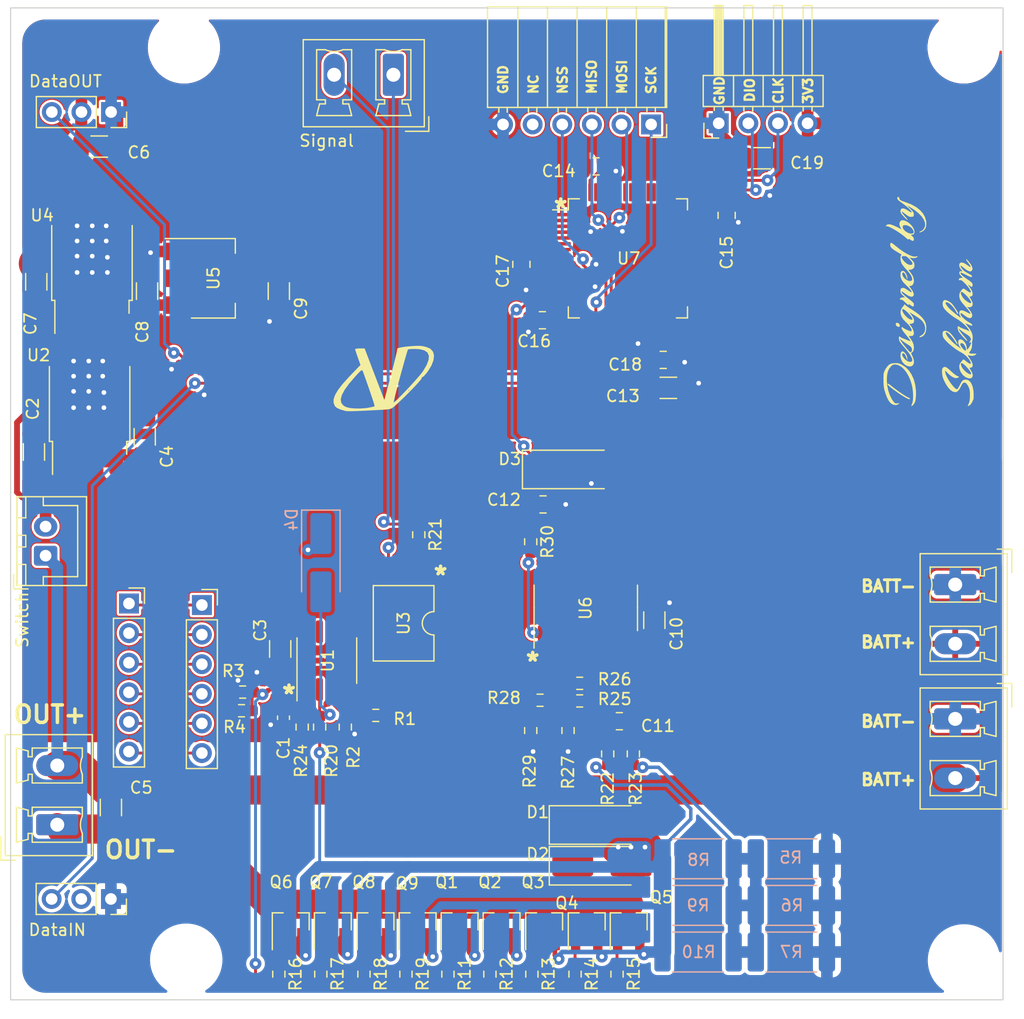
<source format=kicad_pcb>
(kicad_pcb (version 20221018) (generator pcbnew)
  (layers (0 "F.Cu" signal) (31 "B.Cu" signal) (34 "B.Paste" user) (35 "F.Paste" user) (36 "B.SilkS" user "B.Silkscreen") (37 "F.SilkS" user "F.Silkscreen") (38 "B.Mask" user) (39 "F.Mask" user) (44 "Edge.Cuts" user))
  (net 0 "")
  (net 1 "Net-(Q1-B)")
  (net 2 "SHUNT+")
  (net 3 "Net-(Q2-B)")
  (net 4 "Net-(Q3-B)")
  (net 5 "Net-(Q4-B)")
  (net 6 "Net-(Q5-B)")
  (net 7 "+15V")
  (net 8 "Net-(U1A-+)")
  (net 12 "+BATT")
  (net 13 "Net-(J1-Pin_1)")
  (net 14 "Net-(J1-Pin_2)")
  (net 15 "Net-(J1-Pin_3)")
  (net 16 "Net-(J1-Pin_4)")
  (net 17 "Net-(J1-Pin_5)")
  (net 18 "Net-(J1-Pin_6)")
  (net 19 "DIN")
  (net 20 "+3.3V")
  (net 21 "DOUT")
  (net 22 "Net-(J7-Pin_2)")
  (net 23 "Net-(J8-Pin_1)")
  (net 24 "Net-(J8-Pin_2)")
  (net 25 "Net-(Q6-B)")
  (net 26 "Net-(Q7-B)")
  (net 27 "Net-(Q8-B)")
  (net 28 "Net-(Q9-B)")
  (net 29 "Net-(R1-Pad1)")
  (net 30 "Gate")
  (net 31 "Net-(R21-Pad2)")
  (net 33 "Net-(D4-A)")
  (net 34 "Net-(D1-K)")
  (net 35 "+5V")
  (net 45 "SHUNT-")
  (net 46 "-BATT")
  (net 47 "Net-(C11-Pad1)")
  (net 48 "Net-(C11-Pad2)")
  (net 49 "Net-(U6A-+)")
  (net 50 "Net-(U6A--)")
  (net 51 "Net-(R28-Pad2)")
  (net 52 "A0")
  (net 53 "Net-(U7-PG10)")
  (net 95 "SWDIO")
  (net 96 "SWCLK")
  (net 97 "SCK")
  (net 98 "MOSI")
  (net 99 "MISO")
  (net 100 "NSS")
  (net 101 "CTRL")
  (footprint "Resistor_SMD:R_0603_1608Metric_Pad0.98x0.95mm_HandSolder" (layer "F.Cu") (at 44.7 82.9 -90)
    (fp_text reference "R13")
    (fp_text value "100")
  )
  (footprint "Resistor_SMD:R_0603_1608Metric_Pad0.98x0.95mm_HandSolder" (layer "F.Cu") (at 31.3125 60.7 180)
    (fp_text reference "R1")
    (fp_text value "1k")
  )
  (footprint "Capacitor_SMD:C_1206_3216Metric_Pad1.33x1.80mm_HandSolder" (layer "F.Cu") (at 55.2 52.5325 90)
    (fp_text reference "C10")
    (fp_text value "10u")
  )
  (footprint "Package_TO_SOT_SMD:SOT-23_Handsoldering" (layer "F.Cu") (at 45.75 78.4 90)
    (fp_text reference "Q3")
    (fp_text value "AO3400")
  )
  (footprint "Diode_SMD:D_SMA_Handsoldering" (layer "F.Cu") (at 50.7 73.6)
    (fp_text reference "D2")
    (fp_text value "US1M")
  )
  (footprint "Package_TO_SOT_SMD:SOT-23_Handsoldering" (layer "F.Cu") (at 31.29 78.4 90)
    (fp_text reference "Q8")
    (fp_text value "AO3400")
  )
  (footprint "Connector_PinSocket_2.54mm:PinSocket_1x03_P2.54mm_Vertical" (layer "F.Cu") (at 8.6 76.45 -90)
    (fp_text reference "J3" hide)
    (fp_text value "DataIN")
  )
  (footprint "Connector_Phoenix_MC_HighVoltage:PhoenixContact_MCV_1,5_2-G-5.08_1x02_P5.08mm_Vertical" (layer "F.Cu") (at 4 70.08 90)
    (fp_text reference "J9" hide)
    (fp_text value "OUTPUT")
  )
  (footprint "Connector_PinSocket_2.54mm:PinSocket_1x06_P2.54mm_Horizontal" (layer "F.Cu") (at 54.925 10 -90)
    (fp_text reference "J11" hide)
    (fp_text value "Conn_01x06_Pin")
  )
  (footprint "Resistor_SMD:R_0603_1608Metric_Pad0.98x0.95mm_HandSolder" (layer "F.Cu") (at 30.3 82.9 -90)
    (fp_text reference "R18")
    (fp_text value "100")
  )
  (footprint "Resistor_SMD:R_0603_1608Metric_Pad0.98x0.95mm_HandSolder" (layer "F.Cu") (at 44.6 45.8 -90)
    (fp_text reference "R30")
    (fp_text value "100")
  )
  (footprint "Capacitor_SMD:C_0805_2012Metric_Pad1.18x1.45mm_HandSolder" (layer "F.Cu") (at 61.4 17.8 -90)
    (fp_text reference "C15")
    (fp_text value "100n")
  )
  (footprint "Capacitor_SMD:C_1206_3216Metric_Pad1.33x1.80mm_HandSolder" (layer "F.Cu") (at 23 24.3 -90)
    (fp_text reference "C9")
    (fp_text value "10u")
  )
  (footprint "Capacitor_SMD:C_1206_3216Metric_Pad1.33x1.80mm_HandSolder" (layer "F.Cu") (at 7.6 11.9)
    (fp_text reference "C6")
    (fp_text value "10u")
  )
  (footprint "Resistor_SMD:R_0603_1608Metric_Pad0.98x0.95mm_HandSolder" (layer "F.Cu") (at 44.6 62 90)
    (fp_text reference "R29")
    (fp_text value "1k")
  )
  (footprint "Capacitor_SMD:C_1206_3216Metric_Pad1.33x1.80mm_HandSolder" (layer "F.Cu") (at 2.2 23.5 90)
    (fp_text reference "C7")
    (fp_text value "10u")
  )
  (footprint "Capacitor_SMD:C_0805_2012Metric_Pad1.18x1.45mm_HandSolder" (layer "F.Cu") (at 45.6 26.8 180)
    (fp_text reference "C16")
    (fp_text value "100n")
  )
  (footprint "Resistor_SMD:R_0603_1608Metric_Pad0.98x0.95mm_HandSolder" (layer "F.Cu") (at 52 82.9 -90)
    (fp_text reference "R15")
    (fp_text value "100")
  )
  (footprint "Capacitor_SMD:C_1206_3216Metric_Pad1.33x1.80mm_HandSolder" (layer "F.Cu") (at 56.4 32.6)
    (fp_text reference "C13")
    (fp_text value "10u")
  )
  (footprint "Resistor_SMD:R_0603_1608Metric_Pad0.98x0.95mm_HandSolder" (layer "F.Cu") (at 28.7 61.7 90)
    (fp_text reference "R2")
    (fp_text value "100")
  )
  (footprint "Resistor_SMD:R_0603_1608Metric_Pad0.98x0.95mm_HandSolder" (layer "F.Cu") (at 53.4 64 -90)
    (fp_text reference "R23")
    (fp_text value "100")
  )
  (footprint "Connector_JST:JST_XH_B2B-XH-A_1x02_P2.50mm_Vertical" (layer "F.Cu") (at 3 47 90)
    (fp_text reference "J7" hide)
    (fp_text value "Switch")
  )
  (footprint "Resistor_SMD:R_0603_1608Metric_Pad0.98x0.95mm_HandSolder" (layer "F.Cu") (at 35 45.2 -90)
    (fp_text reference "R21")
    (fp_text value "1k")
  )
  (footprint "Resistor_SMD:R_0603_1608Metric_Pad0.98x0.95mm_HandSolder" (layer "F.Cu") (at 33.9 82.9 -90)
    (fp_text reference "R19")
    (fp_text value "100")
  )
  (footprint "Connector_PinSocket_2.54mm:PinSocket_1x03_P2.54mm_Vertical" (layer "F.Cu") (at 8.615 8.938 -90)
    (fp_text reference "J4" hide)
    (fp_text value "DataOUT")
  )
  (footprint "Capacitor_SMD:C_0805_2012Metric_Pad1.18x1.45mm_HandSolder" (layer "F.Cu") (at 55.9625 30.2)
    (fp_text reference "C18")
    (fp_text value "100n")
  )
  (footprint "Package_TO_SOT_SMD:SOT-23_Handsoldering" (layer "F.Cu") (at 42.1 78.4 90)
    (fp_text reference "Q2")
    (fp_text value "AO3400")
  )
  (footprint "Capacitor_SMD:C_1206_3216Metric_Pad1.33x1.80mm_HandSolder" (layer "F.Cu") (at 11.5 36.8 90)
    (fp_text reference "C4")
    (fp_text value "10u")
  )
  (footprint "Package_TO_SOT_SMD:SOT-23_Handsoldering" (layer "F.Cu") (at 34.9 78.4 90)
    (fp_text reference "Q9")
    (fp_text value "AO3400")
  )
  (footprint "Connector_PinSocket_2.54mm:PinSocket_1x06_P2.54mm_Vertical" (layer "F.Cu") (at 10.15 51.1)
    (fp_text reference "J1" hide)
    (fp_text value "Data")
  )
  (footprint "Diode_SMD:D_SMA_Handsoldering" (layer "F.Cu") (at 48.4 39.6)
    (fp_text reference "D3")
    (fp_text value "5.1v Zener Diode")
  )
  (footprint "Resistor_SMD:R_0603_1608Metric_Pad0.98x0.95mm_HandSolder" (layer "F.Cu") (at 37.5 82.9 -90)
    (fp_text reference "R11")
    (fp_text value "100")
  )
  (footprint "Connector_Phoenix_MC_HighVoltage:PhoenixContact_MCV_1,5_2-G-5.08_1x02_P5.08mm_Vertical" (layer "F.Cu") (at 81 61 -90)
    (fp_text reference "J5" hide)
    (fp_text value "Batt")
  )
  (footprint "Resistor_SMD:R_0603_1608Metric_Pad0.98x0.95mm_HandSolder" (layer "F.Cu") (at 23 82.9 -90)
    (fp_text reference "R16")
    (fp_text value "100")
  )
  (footprint "Resistor_SMD:R_0603_1608Metric_Pad0.98x0.95mm_HandSolder" (layer "F.Cu") (at 41.1 82.9 -90)
    (fp_text reference "R12")
    (fp_text value "100")
  )
  (footprint "MountingHole:MountingHole_3.2mm_M3" (layer "F.Cu") (at 14.863 3.4)
    (fp_text reference "H1" hide)
    (fp_text value "MountingHole")
  )
  (footprint "Capacitor_SMD:C_1206_3216Metric_Pad1.33x1.80mm_HandSolder" (layer "F.Cu") (at 2 38.1 90)
    (fp_text reference "C2")
    (fp_text value "10u")
  )
  (footprint "Capacitor_SMD:C_0805_2012Metric_Pad1.18x1.45mm_HandSolder" (layer "F.Cu") (at 50.2 13.6)
    (fp_text reference "C14")
    (fp_text value "100n")
  )
  (footprint "Resistor_SMD:R_0603_1608Metric_Pad0.98x0.95mm_HandSolder" (layer "F.Cu") (at 48.4 82.9 -90)
    (fp_text reference "R14")
    (fp_text value "100")
  )
  (footprint "Resistor_SMD:R_0603_1608Metric_Pad0.98x0.95mm_HandSolder" (layer "F.Cu") (at 19.8 60.3 180)
    (fp_text reference "R4")
    (fp_text value "100k")
  )
  (footprint "Connector_Phoenix_MC_HighVoltage:PhoenixContact_MCV_1,5_2-G-5.08_1x02_P5.08mm_Vertical" (layer "F.Cu") (at 81 49.4775 -90)
    (fp_text reference "J6" hide)
    (fp_text value "Batt")
  )
  (footprint "Resistor_SMD:R_0603_1608Metric_Pad0.98x0.95mm_HandSolder" (layer "F.Cu") (at 48.8 59.46)
    (fp_text reference "R25")
    (fp_text value "1k")
  )
  (footprint "Capacitor_SMD:C_1206_3216Metric_Pad1.33x1.80mm_HandSolder" (layer "F.Cu") (at 23.1175 55 -90)
    (fp_text reference "C3")
    (fp_text value "10u")
  )
  (footprint "MountingHole:MountingHole_3.2mm_M3" (layer "F.Cu") (at 15.06 81.66)
    (fp_text reference "H3" hide)
    (fp_text value "MountingHole")
  )
  (footprint "Capacitor_SMD:C_1206_3216Metric_Pad1.33x1.80mm_HandSolder" (layer "F.Cu") (at 8.6 68.6 -90)
    (fp_text reference "C5")
    (fp_text value "10u")
  )
  (footprint "Package_QFP:LQFP-64_10x10mm_P0.5mm" (layer "F.Cu") (at 52.9325 21.49)
    (fp_text reference "U7")
    (fp_text value "STM32G474RETx")
  )
  (footprint "Resistor_SMD:R_0603_1608Metric_Pad0.98x0.95mm_HandSolder" (layer "F.Cu") (at 51.2 64 -90)
    (fp_text reference "R22")
    (fp_text value "100")
  )
  (footprint "Design:Designed by Saksham" (layer "F.Cu") (at 78.8 25.2 90)
    (fp_text reference "G***" hide)
    (fp_text value "LOGO" hide)
  )
  (footprint "Package_SO:SOIC-14_3.9x8.7mm_P1.27mm" (layer "F.Cu") (at 49.32 51.475 90)
    (fp_text reference "U6")
    (fp_text value "LM324")
  )
  (footprint "Package_DIP:SMDIP-4_W9.53mm_Clearance8mm" (layer "F.Cu") (at 33.7 52.8 -90)
    (fp_text reference "U3")
    (fp_text value "EL814")
  )
  (footprint "Capacitor_SMD:C_0805_2012Metric_Pad1.18x1.45mm_HandSolder" (layer "F.Cu") (at 45.655 42.6)
    (fp_text reference "C12")
    (fp_text value "100n")
  )
  (footprint "Package_TO_SOT_SMD:SOT-23_Handsoldering" (layer "F.Cu") (at 53 78.4 90)
    (fp_text reference "Q5")
    (fp_text value "AO3400")
  )
  (footprint "Package_TO_SOT_SMD:SOT-223-3_TabPin2" (layer "F.Cu") (at 17.3575 23.2)
    (fp_text reference "U5")
    (fp_text value "AMS1117-3.3")
  )
  (footprint "Package_TO_SOT_SMD:TO-252-2" (layer "F.Cu") (at 6.775 33.885 90)
    (fp_text reference "U2")
    (fp_text value "78M15")
  )
  (footprint "Package_TO_SOT_SMD:SOT-23_Handsoldering" (layer "F.Cu") (at 27.63 78.4 90)
    (fp_text reference "Q7")
    (fp_text value "AO3400")
  )
  (footprint "Capacitor_SMD:C_0805_2012Metric_Pad1.18x1.45mm_HandSolder" (layer "F.Cu") (at 43.8 22 -90)
    (fp_text reference "C17")
    (fp_text value "100n")
  )
  (footprint "Package_SO:SOIC-8_3.9x4.9mm_P1.27mm" (layer "F.Cu") (at 27.1175 56 90)
    (fp_text reference "U1")
    (fp_text value "LM393")
  )
  (footprint "Resistor_SMD:R_0603_1608Metric_Pad0.98x0.95mm_HandSolder" (layer "F.Cu") (at 25 61.7 90)
    (fp_text reference "R24")
    (fp_text value "100k")
  )
  (footprint "Resistor_SMD:R_0603_1608Metric_Pad0.98x0.95mm_HandSolder" (layer "F.Cu") (at 48.8 57.95)
    (fp_text reference "R26")
    (fp_text value "1k")
  )
  (footprint "Package_TO_SOT_SMD:SOT-23_Handsoldering" (layer "F.Cu") (at 49.4 78.4 90)
    (fp_text reference "Q4")
    (fp_text value "AO3400")
  )
  (footprint "Connector_Phoenix_MC_HighVoltage:PhoenixContact_MCV_1,5_2-G-5.08_1x02_P5.08mm_Vertical" (layer "F.Cu") (at 32.822 5.74 180)
    (fp_text reference "J8" hide)
    (fp_text value "Signal")
  )
  (footprint "Package_TO_SOT_SMD:SOT-23_Handsoldering" (layer "F.Cu") (at 38.5 78.4 90)
    (fp_text reference "Q1")
    (fp_text value "AO3400")
  )
  (footprint "Resistor_SMD:R_0603_1608Metric_Pad0.98x0.95mm_HandSolder" (layer "F.Cu") (at 26.6 82.9 -90)
    (fp_text reference "R17")
    (fp_text value "100")
  )
  (footprint "Capacitor_SMD:C_0603_1608Metric_Pad1.08x0.95mm_HandSolder" (layer "F.Cu") (at 23.4 60.9 -90)
    (fp_text reference "C1")
    (fp_text value "Open Circuit")
  )
  (footprint "Connector_PinHeader_2.54mm:PinHeader_1x04_P2.54mm_Horizontal" (layer "F.Cu") (at 60.72 9.9 90)
    (fp_text reference "J10" hide)
    (fp_text value "ST-Link")
  )
  (footprint "Connector_PinSocket_2.54mm:PinSocket_1x06_P2.54mm_Vertical" (layer "F.Cu") (at 16.4 51.23)
    (fp_text reference "J2" hide)
    (fp_text value "Data")
  )
  (footprint "Capacitor_SMD:C_1206_3216Metric_Pad1.33x1.80mm_HandSolder" (layer "F.Cu") (at 64.4375 12.9)
    (fp_text reference "C19")
    (fp_text value "10u")
  )
  (footprint "Capacitor_SMD:C_0805_2012Metric_Pad1.18x1.45mm_HandSolder" (layer "F.Cu") (at 52.2 61.2)
    (fp_text reference "C11")
    (fp_text value "100n")
  )
  (footprint "MountingHole:MountingHole_3.2mm_M3" (layer "F.Cu") (at 81.75 81.72)
    (fp_text reference "H4" hide)
    (fp_text value "MountingHole")
  )
  (footprint "Package_TO_SOT_SMD:TO-252-2" (layer "F.Cu") (at 6.975 21.785 90)
    (fp_text reference "U4")
    (fp_text value "78M05")
  )
  (footprint "Resistor_SMD:R_0603_1608Metric_Pad0.98x0.95mm_HandSolder" (layer "F.Cu") (at 26.5 61.7 90)
    (fp_text reference "R20")
    (fp_text value "1k")
  )
  (footprint "Resistor_SMD:R_0603_1608Metric_Pad0.98x0.95mm_HandSolder" (layer "F.Cu") (at 45.4 59.4 180)
    (fp_text reference "R28")
    (fp_text value "10k")
  )
  (footprint "Capacitor_SMD:C_1206_3216Metric_Pad1.33x1.80mm_HandSolder" (layer "F.Cu") (at 11.7 24.3 90)
    (fp_text reference "C8")
    (fp_text value "10u")
  )
  (footprint "Diode_SMD:D_SMA_Handsoldering" (layer "F.Cu") (at 50.7 70.1)
    (fp_text reference "D1")
    (fp_text value "US1M")
  )
  (footprint "Resistor_SMD:R_0603_1608Metric_Pad0.98x0.95mm_HandSolder" (layer "F.Cu") (at 19.9 58.7)
    (fp_text reference "R3")
    (fp_text value "100k")
  )
  (footprint "Design:vegapod_logo" (layer "F.Cu") (at 32.079282 32.094964)
    (fp_text reference "G***" hide)
    (fp_text value "LOGO" hide)
  )
  (footprint "Resistor_SMD:R_0603_1608Metric_Pad0.98x0.95mm_HandSolder" (layer "F.Cu") (at 47.8 62 90)
    (fp_text reference "R27")
    (fp_text value "10k")
  )
  (footprint "Package_TO_SOT_SMD:SOT-23_Handsoldering" (layer "F.Cu") (at 24.02 78.4 90)
    (fp_text reference "Q6")
    (fp_text value "AO3400")
  )
  (footprint "MountingHole:MountingHole_3.2mm_M3" (layer "F.Cu") (at 81.72 3.4)
    (fp_text reference "H2" hide)
    (fp_text value "MountingHole")
  )
  (footprint "Resistor_SMD:R_2512_6332Metric_Pad1.40x3.35mm_HandSolder" (layer "B.Cu") (at 66.95 77 180)
    (fp_text reference "R6")
    (fp_text value "0.1")
  )
  (footprint "Resistor_SMD:R_2512_6332Metric_Pad1.40x3.35mm_HandSolder" (layer "B.Cu") (at 66.95 73 180)
    (fp_text reference "R5")
    (fp_text value "0.1")
  )
  (footprint "Resistor_SMD:R_2512_6332Metric_Pad1.40x3.35mm_HandSolder" (layer "B.Cu") (at 58.95 81 180)
    (fp_text reference "R10")
    (fp_text value "0.1")
  )
  (footprint "Resistor_SMD:R_2512_6332Metric_Pad1.40x3.35mm_HandSolder" (layer "B.Cu") (at 58.95 77 180)
    (fp_text reference "R9")
    (fp_text value "0.1")
  )
  (footprint "Diode_SMD:D_SMA_Handsoldering" (layer "B.Cu") (at 26.6 47.6 -90)
    (fp_text reference "D4")
    (fp_text value "US1M")
  )
  (footprint "Resistor_SMD:R_2512_6332Metric_Pad1.40x3.35mm_HandSolder" (layer "B.Cu") (at 58.95 73 180)
    (fp_text reference "R8")
    (fp_text value "0.1")
  )
  (footprint "Resistor_SMD:R_2512_6332Metric_Pad1.40x3.35mm_HandSolder" (layer "B.Cu") (at 66.95 81 180)
    (fp_text reference "R7")
    (fp_text value "0.1")
  )
  (gr_rect (start 0 0) (end 85.1 85.1) (stroke (width 0.1)) (fill none) (layer "Edge.Cuts"))
  (gr_text "OUT-" (at 7.9 73.1) (layer "F.SilkS") (effects (font (size 1.5 1.5) (thickness 0.3) bold) (justify left bottom)))
  (gr_text "*" (at 44 57) (layer "F.SilkS") (effects (font (size 1.5 1.5) (thickness 0.3) bold) (justify left bottom)))
  (gr_text "CLK" (at 66.3 8.35 90) (layer "F.SilkS") (effects (font (size 0.8 0.8) (thickness 0.2) bold) (justify left bottom)))
  (gr_text "*" (at 46.4 18.1) (layer "F.SilkS") (effects (font (size 1.5 1.5) (thickness 0.3) bold) (justify left bottom)))
  (gr_text "BATT-" (at 72.8 50.2) (layer "F.SilkS") (effects (font (size 1 1) (thickness 0.25) bold) (justify left bottom)))
  (gr_text "GND" (at 61.25 8.45 90) (layer "F.SilkS") (effects (font (size 0.8 0.8) (thickness 0.2) bold) (justify left bottom)))
  (gr_text "OUT+" (at 0.1 61.5) (layer "F.SilkS") (effects (font (size 1.5 1.5) (thickness 0.3) bold) (justify left bottom)))
  (gr_text "MISO" (at 50.3 7.5 90) (layer "F.SilkS") (effects (font (size 0.8 0.8) (thickness 0.2) bold) (justify left bottom)))
  (gr_text "NSS" (at 47.8 7.5 90) (layer "F.SilkS") (effects (font (size 0.8 0.8) (thickness 0.2) bold) (justify left bottom)))
  (gr_text "3V3" (at 68.85 8.35 90) (layer "F.SilkS") (effects (font (size 0.8 0.8) (thickness 0.2) bold) (justify left bottom)))
  (gr_text "MOSI" (at 52.9 7.5 90) (layer "F.SilkS") (effects (font (size 0.8 0.8) (thickness 0.2) bold) (justify left bottom)))
  (gr_text "GND" (at 42.7 7.5 90) (layer "F.SilkS") (effects (font (size 0.8 0.8) (thickness 0.2) bold) (justify left bottom)))
  (gr_text "DIO" (at 63.85 8.2 90) (layer "F.SilkS") (effects (font (size 0.8 0.8) (thickness 0.2) bold) (justify left bottom)))
  (gr_text "BATT-" (at 72.8 61.8) (layer "F.SilkS") (effects (font (size 1 1) (thickness 0.25) bold) (justify left bottom)))
  (gr_text "NC" (at 45.3 7.5 90) (layer "F.SilkS") (effects (font (size 0.8 0.8) (thickness 0.2) bold) (justify left bottom)))
  (gr_text "BATT+" (at 72.8 55) (layer "F.SilkS") (effects (font (size 1 1) (thickness 0.25) bold) (justify left bottom)))
  (gr_text "SCK" (at 55.4 7.5 90) (layer "F.SilkS") (effects (font (size 0.8 0.8) (thickness 0.2) bold) (justify left bottom)))
  (gr_text "BATT+" (at 72.8 66.8) (layer "F.SilkS") (effects (font (size 1 1) (thickness 0.25) bold) (justify left bottom)))
  (gr_text "*" (at 23.1 59.8) (layer "F.SilkS") (effects (font (size 1.5 1.5) (thickness 0.3) bold) (justify left bottom)))
  (gr_text "*" (at 36.1 49.6) (layer "F.SilkS") (effects (font (size 1.5 1.5) (thickness 0.3) bold) (justify left bottom)))
  (segment (start 37.5 79.95) (end 37.55 79.9) (width 0.25) (layer "F.Cu") (net 1))
  (segment (start 37.5 81.9875) (end 37.5 79.95) (width 0.25) (layer "F.Cu") (net 1))
  (segment (start 28.57 79.91) (end 28.58 79.9) (width 1) (layer "F.Cu") (net 2))
  (segment (start 35.87 79.92) (end 35.85 79.9) (width 1) (layer "F.Cu") (net 2))
  (segment (start 47 81.6) (end 46.67 81.27) (width 0.4) (layer "F.Cu") (net 2))
  (segment (start 50.7 81.4) (end 50.37 81.07) (width 0.4) (layer "F.Cu") (net 2))
  (segment (start 32.27 80.97) (end 32.27 79.93) (width 1) (layer "F.Cu") (net 2))
  (segment (start 43.07 79.92) (end 43.05 79.9) (width 1) (layer "F.Cu") (net 2))
  (segment (start 36.2 81.4) (end 35.87 81.07) (width 0.7) (layer "F.Cu") (net 2))
  (segment (start 50.2 65.1505) (end 50.962 65.1505) (width 0.3) (layer "F.Cu") (net 2))
  (segment (start 25.3 81.3) (end 24.97 80.97) (width 1) (layer "F.Cu") (net 2))
  (segment (start 24.97 80.97) (end 24.97 79.9) (width 1) (layer "F.Cu") (net 2))
  (segment (start 53.97 80.87) (end 53.97 79.92) (width 0.4) (layer "F.Cu") (net 2))
  (segment (start 28.57 80.87) (end 28.57 79.91) (width 1) (layer "F.Cu") (net 2))
  (segment (start 43.07 80.97) (end 43.07 79.92) (width 0.7) (layer "F.Cu") (net 2))
  (segment (start 32.27 79.93) (end 32.24 79.9) (width 1) (layer "F.Cu") (net 2))
  (segment (start 26.5 62.6125) (end 26.5 63.9) (width 0.25) (layer "F.Cu") (net 2))
  (segment (start 43.4 81.3) (end 43.07 80.97) (width 0.7) (layer "F.Cu") (net 2))
  (segment (start 50.37 81.07) (end 50.37 79.92) (width 0.4) (layer "F.Cu") (net 2))
  (segment (start 39.8 81.3) (end 39.47 80.97) (width 0.7) (layer "F.Cu") (net 2))
  (segment (start 46.67 79.93) (end 46.7 79.9) (width 1) (layer "F.Cu") (net 2))
  (segment (start 53.97 79.92) (end 53.95 79.9) (width 1) (layer "F.Cu") (net 2))
  (segment (start 35.87 81.07) (end 35.87 79.92) (width 0.7) (layer "F.Cu") (net 2))
  (segment (start 52.1 72) (end 52.1 71.2) (width 3) (layer "F.Cu") (net 2))
  (segment (start 50.962 65.1505) (end 51.2 64.9125) (width 0.3) (layer "F.Cu") (net 2))
  (segment (start 53.2 73.6) (end 54.4 72) (width 3) (layer "F.Cu") (net 2))
  (segment (start 28.9 81.2) (end 28.57 80.87) (width 1) (layer "F.Cu") (net 2))
  (segment (start 52.1 71.2) (end 53.2 70.1) (width 3) (layer "F.Cu") (net 2))
  (segment (start 50.37 79.92) (end 50.35 79.9) (width 1) (layer "F.Cu") (net 2))
  (segment (start 39.47 80.97) (end 39.47 79.92) (width 0.7) (layer "F.Cu") (net 2))
  (segment (start 54.3 81.2) (end 53.97 80.87) (width 0.4) (layer "F.Cu") (net 2))
  (segment (start 32.6 81.3) (end 32.27 80.97) (width 1) (layer "F.Cu") (net 2))
  (segment (start 39.47 79.92) (end 39.45 79.9) (width 1) (layer "F.Cu") (net 2))
  (segment (start 46.67 81.27) (end 46.67 79.93) (width 0.4) (layer "F.Cu") (net 2))
  (via (at 52.1 72) (size 1) (drill 0.4) (layers "F.Cu" "B.Cu") (net 2))
  (via (at 54.3 81.2) (size 1) (drill 0.4) (layers "F.Cu" "B.Cu") (net 2))
  (via (at 25.3 81.3) (size 1) (drill 0.4) (layers "F.Cu" "B.Cu") (net 2))
  (via (at 36.2 81.4) (size 1) (drill 0.4) (layers "F.Cu" "B.Cu") (net 2))
  (via (at 50.7 81.4) (size 1) (drill 0.4) (layers "F.Cu" "B.Cu") (net 2))
  (via (at 53.2 72) (size 1) (drill 0.4) (layers "F.Cu" "B.Cu") (net 2))
  (via (at 54.4 72) (size 1) (drill 0.4) (layers "F.Cu" "B.Cu") (net 2))
  (via (at 39.8 81.3) (size 1) (drill 0.4) (layers "F.Cu" "B.Cu") (net 2))
  (via (at 26.5 63.9) (size 1) (drill 0.4) (layers "F.Cu" "B.Cu") (net 2))
  (via (at 47 81.6) (size 1) (drill 0.4) (layers "F.Cu" "B.Cu") (net 2))
  (via (at 32.6 81.3) (size 1) (drill 0.4) (layers "F.Cu" "B.Cu") (net 2))
  (via (at 50.2 65.1505) (size 1) (drill 0.4) (layers "F.Cu" "B.Cu") (net 2))
  (via (at 28.9 81.2) (size 1) (drill 0.4) (layers "F.Cu" "B.Cu") (net 2))
  (via (at 43.4 81.3) (size 1) (drill 0.4) (layers "F.Cu" "B.Cu") (net 2))
  (segment (start 43.4 77.9) (end 44.3 77) (width 0.7) (layer "B.Cu") (net 2))
  (segment (start 47.3 81) (end 50.7 81) (width 0.4) (layer "B.Cu") (net 2))
  (segment (start 51.7245 66.675) (end 50.2 65.1505) (width 0.3) (layer "B.Cu") (net 2))
  (segment (start 54.4 72) (end 54.4 73.599999) (width 1) (layer "B.Cu") (net 2))
  (segment (start 26.4 73.7) (end 30.5 73.7) (width 1) (layer "B.Cu") (net 2))
  (segment (start 39.8 78.1) (end 40.9 77) (width 0.7) (layer "B.Cu") (net 2))
  (segment (start 53.9 72.9) (end 52.8 72.9) (width 1) (layer "B.Cu") (net 2))
  (segment (start 58.325 68.71391) (end 56.28609 66.675) (width 0.3) (layer "B.Cu") (net 2))
  (segment (start 55.9 81) (end 55.9 73) (width 1.5) (layer "B.Cu") (net 2))
  (segment (start 53.8 73.699999) (end 54.5 73.699999) (width 1) (layer "B.Cu") (net 2))
  (segment (start 36.2 81.4) (end 36.2 77.7) (width 0.7) (layer "B.Cu") (net 2))
  (segment (start 53.9 72) (end 53.9 72.9) (width 1) (layer "B.Cu") (net 2))
  (segment (start 56.28609 66.675) (end 52.8 66.675) (width 0.3) (layer "B.Cu") (net 2))
  (segment (start 30.5 73.7) (end 34.1 73.7) (width 1) (layer "B.Cu") (net 2))
  (segment (start 52.8 72.9) (end 52.649999 72.749999) (width 1) (layer "B.Cu") (net 2))
  (segment (start 53.2 72) (end 53.9 72) (width 1) (layer "B.Cu") (net 2))
  (segment (start 28.9 75.3) (end 30.5 73.7) (width 1) (layer "B.Cu") (net 2))
  (segment (start 32.6 81.3) (end 32.6 75.2) (width 1) (layer "B.Cu") (net 2))
  (segment (start 32.6 75.2) (end 34.1 73.7) (width 1) (layer "B.Cu") (net 2))
  (segment (start 53.9 72) (end 54.4 72) (width 1) (layer "B.Cu") (net 2))
  (segment (start 44.3 77) (end 55.9 77) (width 0.7) (layer "B.Cu") (net 2))
  (segment (start 51.7 72.4) (end 51.7 73.699999) (width 1) (layer "B.Cu") (net 2))
  (segment (start 55.200001 73.699999) (end 55.9 73) (width 1) (layer "B.Cu") (net 2))
  (segment (start 51.7 73.699999) (end 53.8 73.699999) (width 1) (layer "B.Cu") (net 2))
  (segment (start 51.7 73.699999) (end 52.649999 72.749999) (width 1) (layer "B.Cu") (net 2))
  (segment (start 39.8 81.3) (end 39.8 78.1) (width 0.7) (layer "B.Cu") (net 2))
  (segment (start 36.9 77) (end 40.9 77) (width 0.7) (layer "B.Cu") (net 2))
  (segment (start 47 81.6) (end 47 81.3) (width 0.4) (layer "B.Cu") (net 2))
  (segment (start 36.2 77.7) (end 36.9 77) (width 0.7) (layer "B.Cu") (net 2))
  (segment (start 25.3 74.8) (end 26.4 73.7) (width 1) (layer "B.Cu") (net 2))
  (segment (start 53.2 72.199999) (end 53.2 72) (width 1) (layer "B.Cu") (net 2))
  (segment (start 55.9 72.025) (end 58.325 69.6) (width 0.3) (layer "B.Cu") (net 2))
  (segment (start 26.5 63.9) (end 26.5 73.6) (width 0.25) (layer "B.Cu") (net 2))
  (segment (start 54.5 81) (end 55.9 81) (width 1) (layer "B.Cu") (net 2))
  (segment (start 54.5 73.699999) (end 55.200001 73.699999) (width 1) (layer "B.Cu") (net 2))
  (segment (start 34.1 73.7) (end 51.7 73.699999) (width 1) (layer "B.Cu") (net 2))
  (segment (start 52.1 72) (end 53.2 72) (width 1) (layer "B.Cu") (net 2))
  (segment (start 50.7 81) (end 54.5 81) (width 0.4) (layer "B.Cu") (net 2))
  (segment (start 54.4 73.599999) (end 54.5 73.699999) (width 1) (layer "B.Cu") (net 2))
  (segment (start 50.7 81.4) (end 50.7 81) (width 0.4) (layer "B.Cu") (net 2))
  (segment (start 28.9 81.2) (end 28.9 75.3) (width 1) (layer "B.Cu") (net 2))
  (segment (start 53.9 72.9) (end 53.9 73.599999) (width 1) (layer "B.Cu") (net 2))
  (segment (start 25.3 81.3) (end 25.3 74.8) (width 1) (layer "B.Cu") (net 2))
  (segment (start 55.9 73) (end 55.9 72.025) (width 1) (layer "B.Cu") (net 2))
  (segment (start 52.8 66.675) (end 51.7245 66.675) (width 0.3) (layer "B.Cu") (net 2))
  (segment (start 52.649999 72.749999) (end 53.2 72.199999) (width 1) (layer "B.Cu") (net 2))
  (segment (start 40.9 77) (end 44.3 77) (width 0.7) (layer "B.Cu") (net 2))
  (segment (start 58.325 69.6) (end 58.325 68.71391) (width 0.3) (layer "B.Cu") (net 2))
  (segment (start 54.3 81.2) (end 54.5 81) (width 1) (layer "B.Cu") (net 2))
  (segment (start 53.9 73.599999) (end 53.8 73.699999) (width 1) (layer "B.Cu") (net 2))
  (segment (start 43.4 81.3) (end 43.4 77.9) (width 0.7) (layer "B.Cu") (net 2))
  (segment (start 47 81.3) (end 47.3 81) (width 0.4) (layer "B.Cu") (net 2))
  (segment (start 26.5 73.6) (end 26.4 73.7) (width 0.25) (layer "B.Cu") (net 2))
  (segment (start 52.1 72) (end 51.7 72.4) (width 1) (layer "B.Cu") (net 2))
  (segment (start 41.1 79.95) (end 41.15 79.9) (width 0.25) (layer "F.Cu") (net 3))
  (segment (start 41.1 81.9875) (end 41.1 79.95) (width 0.25) (layer "F.Cu") (net 3))
  (segment (start 44.7 80) (end 44.8 79.9) (width 0.25) (layer "F.Cu") (net 4))
  (segment (start 44.7 81.9875) (end 44.7 80) (width 0.25) (layer "F.Cu") (net 4))
  (segment (start 48.4 81.9875) (end 48.4 79.95) (width 0.25) (layer "F.Cu") (net 5))
  (segment (start 48.4 79.95) (end 48.45 79.9) (width 0.25) (layer "F.Cu") (net 5))
  (segment (start 52 79.95) (end 52.05 79.9) (width 0.25) (layer "F.Cu") (net 6))
  (segment (start 52 81.9875) (end 52 79.95) (width 0.25) (layer "F.Cu") (net 6))
  (segment (start 18.8875 60.7125) (end 18.2 61.4) (width 0.25) (layer "F.Cu") (net 7))
  (segment (start 9.6175 38.3625) (end 9.055 38.925) (width 0.25) (layer "F.Cu") (net 7))
  (segment (start 1.062285 35.062285) (end 0.55 35.57457) (width 0.5) (layer "F.Cu") (net 7))
  (segment (start 18.8875 60.3) (end 18.8875 60.7125) (width 0.25) (layer "F.Cu") (net 7))
  (segment (start 2.2 30) (end 2.3 30.1) (width 0.25) (layer "F.Cu") (net 7))
  (segment (start 2.9325 25.0625) (end 2.2 25.0625) (width 0.25) (layer "F.Cu") (net 7))
  (segment (start 2.2 28) (end 2.2 33.92457) (width 1) (layer "F.Cu") (net 7))
  (segment (start 0.55 35.57457) (end 0.55 41.55) (width 0.5) (layer "F.Cu") (net 7))
  (segment (start 0.55 41.55) (end 1 42) (width 0.5) (layer "F.Cu") (net 7))
  (segment (start 1.062285 35.062285) (end 0.6 35.52457) (width 0.5) (layer "F.Cu") (net 7))
  (segment (start 2.2 28) (end 2.2 30) (width 1) (layer "F.Cu") (net 7))
  (segment (start 4.695 26.825) (end 2.9325 25.0625) (width 2) (layer "F.Cu") (net 7))
  (segment (start 25 62.6125) (end 25 62.5) (width 0.25) (layer "F.Cu") (net 7))
  (segment (start 25 62.5) (end 25.8 61.7) (width 0.25) (layer "F.Cu") (net 7))
  (segment (start 11.5 38.3625) (end 9.6175 38.3625) (width 1) (layer "F.Cu") (net 7))
  (segment (start 2.2 25.0625) (end 2.2 28) (width 1) (layer "F.Cu") (net 7))
  (segment (start 2.2 33.92457) (end 1.062285 35.062285) (width 0.5) (layer "F.Cu") (net 7))
  (via (at 25.5 46.5) (size 1) (drill 0.4) (layers "F.Cu" "B.Cu") (net 7))
  (segment (start 26.6 45.4) (end 25.5 46.5) (width 0.25) (layer "B.Cu") (net 7))
  (segment (start 26.6 45.1) (end 26.6 45.4) (width 0.25) (layer "B.Cu") (net 7))
  (segment (start 30.4 60.7) (end 28.7875 60.7) (width 0.25) (layer "F.Cu") (net 8))
  (segment (start 28.7 60.7875) (end 27.7525 59.84) (width 0.25) (layer "F.Cu") (net 8))
  (segment (start 27.7525 59.84) (end 27.7525 58.475) (width 0.25) (layer "F.Cu") (net 8))
  (segment (start 28.7875 60.7) (end 28.7 60.7875) (width 0.25) (layer "F.Cu") (net 8))
  (segment (start 8.1 67.1) (end 6 65) (width 2.5) (layer "F.Cu") (net 12))
  (segment (start 81 66.08) (end 76.92 66.08) (width 2.5) (layer "F.Cu") (net 12))
  (segment (start 76.92 66.08) (end 75.9 67.1) (width 2.5) (layer "F.Cu") (net 12))
  (segment (start 6 65) (end 4 65) (width 2.5) (layer "F.Cu") (net 12))
  (segment (start 75.9 67.1) (end 8.1 67.1) (width 2.5) (layer "F.Cu") (net 12))
  (segment (start 4 48) (end 3 47) (width 1) (layer "B.Cu") (net 12))
  (segment (start 4 65) (end 4 48) (width 1) (layer "B.Cu") (net 12))
  (segment (start 10.28 51.23) (end 10.15 51.1) (width 0.25) (layer "F.Cu") (net 13))
  (segment (start 16.4 51.23) (end 10.28 51.23) (width 0.25) (layer "F.Cu") (net 13))
  (segment (start 16.4 53.77) (end 10.28 53.77) (width 0.25) (layer "F.Cu") (net 14))
  (segment (start 10.28 53.77) (end 10.15 53.64) (width 0.25) (layer "F.Cu") (net 14))
  (segment (start 16.4 56.31) (end 10.28 56.31) (width 0.25) (layer "F.Cu") (net 15))
  (segment (start 10.28 56.31) (end 10.15 56.18) (width 0.25) (layer "F.Cu") (net 15))
  (segment (start 10.28 58.85) (end 10.15 58.72) (width 0.25) (layer "F.Cu") (net 16))
  (segment (start 16.4 58.85) (end 10.28 58.85) (width 0.25) (layer "F.Cu") (net 16))
  (segment (start 10.28 61.39) (end 10.15 61.26) (width 0.25) (layer "F.Cu") (net 17))
  (segment (start 16.4 61.39) (end 10.28 61.39) (width 0.25) (layer "F.Cu") (net 17))
  (segment (start 16.4 63.93) (end 10.28 63.93) (width 0.25) (layer "F.Cu") (net 18))
  (segment (start 10.28 63.93) (end 10.15 63.8) (width 0.25) (layer "F.Cu") (net 18))
  (segment (start 15.8 32.2) (end 50.6 32.2) (width 0.25) (layer "F.Cu") (net 19))
  (segment (start 52.1825 30.6175) (end 52.1825 27.165) (width 0.25) (layer "F.Cu") (net 19))
  (segment (start 50.6 32.2) (end 52.1825 30.6175) (width 0.25) (layer "F.Cu") (net 19))
  (via (at 15.8 32.2) (size 1) (drill 0.4) (layers "F.Cu" "B.Cu") (net 19))
  (segment (start 7 41) (end 7.4 40.6) (width 0.25) (layer "B.Cu") (net 19))
  (segment (start 7 72.2) (end 7 41) (width 0.25) (layer "B.Cu") (net 19))
  (segment (start 7.4 40.6) (end 15.8 32.2) (width 0.25) (layer "B.Cu") (net 19))
  (segment (start 3.52 76.45) (end 7 72.97) (width 0.25) (layer "B.Cu") (net 19))
  (segment (start 7 72.97) (end 7 72.2) (width 0.25) (layer "B.Cu") (net 19))
  (segment (start 6.0375 11.9) (end 6.0375 8.9755) (width 1) (layer "F.Cu") (net 20))
  (segment (start 20.97 22.7375) (end 20.5075 23.2) (width 0.25) (layer "F.Cu") (net 20))
  (segment (start 58.6075 17.74) (end 60.4225 17.74) (width 0.25) (layer "F.Cu") (net 20))
  (segment (start 18.6 23.2) (end 20.5075 23.2) (width 1.5) (layer "F.Cu") (net 20))
  (segment (start 14.2075 23.2) (end 15.9 23.2) (width 1.5) (layer "F.Cu") (net 20))
  (segment (start 54.925 30.2) (end 54.925 27.4075) (width 0.25) (layer "F.Cu") (net 20))
  (segment (start 55.1825 27.165) (end 54.6825 27.165) (width 0.25) (layer "F.Cu") (net 20))
  (segment (start 17.2 23.2) (end 18.6 23.2) (width 1.5) (layer "F.Cu") (net 20))
  (segment (start 49.1825 13.42) (end 48.9625 13.2) (width 0.25) (layer "F.Cu") (net 20))
  (segment (start 46.6375 25.86) (end 47.2575 25.24) (width 0.25) (layer "F.Cu") (net 20))
  (segment (start 46.6375 26.8) (end 46.6375 25.86) (width 0.25) (layer "F.Cu") (net 20))
  (segment (start 6.0375 8.9755) (end 6.075 8.938) (width 0.25) (layer "F.Cu") (net 20))
  (segment (start 15.9 23.2) (end 17.2 23.2) (width 1.5) (layer "F.Cu") (net 20))
  (segment (start 54.925 27.4075) (end 54.94 27.4075) (width 0.25) (layer "F.Cu") (net 20))
  (segment (start 60.4225 17.74) (end 61.4 16.7625) (width 0.25) (layer "F.Cu") (net 20))
  (segment (start 54.925 27.4075) (end 54.6825 27.165) (width 0.25) (layer "F.Cu") (net 20))
  (segment (start 23 22.7375) (end 20.97 22.7375) (width 1) (layer "F.Cu") (net 20))
  (segment (start 49.1825 15.815) (end 49.1825 13.42) (width 0.25) (layer "F.Cu") (net 20))
  (segment (start 54.94 27.4075) (end 55.1825 27.165) (width 0.25) (layer "F.Cu") (net 20))
  (segment (start 6.06 8.953) (end 6.075 8.938) (width 0.25) (layer "B.Cu") (net 20))
  (segment (start 14 29.6) (end 14.366727 29.6) (width 0.25) (layer "F.Cu") (net 21))
  (segment (start 51.6825 30.3175) (end 51.6825 27.165) (width 0.25) (layer "F.Cu") (net 21))
  (segment (start 14.366727 29.6) (end 16.166727 31.4) (width 0.25) (layer "F.Cu") (net 21))
  (segment (start 16.166727 31.4) (end 50.6 31.4) (width 0.25) (layer "F.Cu") (net 21))
  (segment (start 50.6 31.4) (end 51.6825 30.3175) (width 0.25) (layer "F.Cu") (net 21))
  (via (at 14 29.6) (size 1) (drill 0.4) (layers "F.Cu" "B.Cu") (net 21))
  (segment (start 14 29.6) (end 13.2 28.8) (width 0.25) (layer "B.Cu") (net 21))
  (segment (start 13.2 28.8) (end 13.2 18.603) (width 0.25) (layer "B.Cu") (net 21))
  (segment (start 13.2 18.603) (end 3.535 8.938) (width 0.25) (layer "B.Cu") (net 21))
  (segment (start 3 40.42) (end 3.46 39.96) (width 1) (layer "F.Cu") (net 22))
  (segment (start 2 39.6625) (end 3.1625 39.6625) (width 1) (layer "F.Cu") (net 22))
  (segment (start 4.495 38.925) (end 2.7375 38.925) (width 1) (layer "F.Cu") (net 22))
  (segment (start 3 44.5) (end 3 40.42) (width 1) (layer "F.Cu") (net 22))
  (segment (start 2.7375 38.925) (end 2 39.6625) (width 1) (layer "F.Cu") (net 22))
  (segment (start 3.1625 39.6625) (end 3.46 39.96) (width 1) (layer "F.Cu") (net 22))
  (segment (start 3.46 39.96) (end 4.495 38.925) (width 1) (layer "F.Cu") (net 22))
  (segment (start 32.4 46.3) (end 32.4 48.005) (width 0.25) (layer "F.Cu") (net 23))
  (segment (start 32.4 48.005) (end 32.43 48.035) (width 0.25) (layer "F.Cu") (net 23))
  (via (at 32.4 46.3) (size 1) (drill 0.4) (layers "F.Cu" "B.Cu") (net 23))
  (segment (start 32.822 45.878) (end 32.4 46.3) (width 0.25) (layer "B.Cu") (net 23))
  (segment (start 32.822 5.74) (end 32.822 45.878) (width 0.25) (layer "B.Cu") (net 23))
  (segment (start 31.9975 44.1) (end 32.185 44.2875) (width 0.25) (layer "F.Cu") (net 24))
  (segment (start 32.185 44.2875) (end 35 44.2875) (width 0.25) (layer "F.Cu") (net 24))
  (via (at 31.9975 44.1) (size 1) (drill 0.4) (layers "F.Cu" "B.Cu") (net 24))
  (segment (start 32.372 10.37) (end 32.372 43.7255) (width 0.25) (layer "B.Cu") (net 24))
  (segment (start 27.742 5.74) (end 32.372 10.37) (width 0.25) (layer "B.Cu") (net 24))
  (segment (start 32.372 43.7255) (end 31.9975 44.1) (width 0.25) (layer "B.Cu") (net 24))
  (segment (start 23 81.9875) (end 23 79.97) (width 0.25) (layer "F.Cu") (net 25))
  (segment (start 23 79.97) (end 23.07 79.9) (width 0.25) (layer "F.Cu") (net 25))
  (segment (start 26.6 81.9875) (end 26.6 79.98) (width 0.25) (layer "F.Cu") (net 26))
  (segment (start 26.6 79.98) (end 26.68 79.9) (width 0.25) (layer "F.Cu") (net 26))
  (segment (start 30.3 81.9875) (end 30.3 79.94) (width 0.25) (layer "F.Cu") (net 27))
  (segment (start 30.3 79.94) (end 30.34 79.9) (width 0.25) (layer "F.Cu") (net 27))
  (segment (start 33.9 79.95) (end 33.95 79.9) (width 0.25) (layer "F.Cu") (net 28))
  (segment (start 33.9 81.9875) (end 33.9 79.95) (width 0.25) (layer "F.Cu") (net 28))
  (segment (start 32.225 60.7) (end 32.225 57.77) (width 0.25) (layer "F.Cu") (net 29))
  (segment (start 32.225 57.77) (end 32.43 57.565) (width 0.25) (layer "F.Cu") (net 29))
  (segment (start 22.025 58.475) (end 22.3 58.475) (width 0.25) (layer "F.Cu") (net 30))
  (segment (start 20.7125 60.3) (end 20.7125 58.8) (width 0.25) (layer "F.Cu") (net 30))
  (segment (start 21.6 58.9) (end 22.025 58.475) (width 0.25) (layer "F.Cu") (net 30))
  (segment (start 22.3 58.475) (end 25.2125 58.475) (width 0.25) (layer "F.Cu") (net 30))
  (segment (start 21 83) (end 21 82) (width 0.25) (layer "F.Cu") (net 30))
  (segment (start 23 83.8125) (end 21.8125 83.8125) (width 0.25) (layer "F.Cu") (net 30))
  (segment (start 21.8125 83.8125) (end 21 83) (width 0.25) (layer "F.Cu") (net 30))
  (segment (start 20.7125 58.8) (end 20.8125 58.7) (width 0.25) (layer "F.Cu") (net 30))
  (segment (start 22.075 58.7) (end 22.3 58.475) (width 0.25) (layer "F.Cu") (net 30))
  (segment (start 20.8125 58.7) (end 22.075 58.7) (width 0.25) (layer "F.Cu") (net 30))
  (segment (start 52 83.8125) (end 23 83.8125) (width 0.25) (layer "F.Cu") (net 30))
  (via (at 21.6 58.9) (size 1) (drill 0.4) (layers "F.Cu" "B.Cu") (net 30))
  (via (at 21 82) (size 1) (drill 0.4) (layers "F.Cu" "B.Cu") (net 30))
  (segment (start 21 59.5) (end 21 82) (width 0.25) (layer "B.Cu") (net 30))
  (segment (start 21.6 58.9) (end 21 59.5) (width 0.25) (layer "B.Cu") (net 30))
  (segment (start 34.97 48.035) (end 34.97 46.1425) (width 0.25) (layer "F.Cu") (net 31))
  (segment (start 34.97 46.1425) (end 35 46.1125) (width 0.25) (layer "F.Cu") (net 31))
  (segment (start 27.37324 60.62676) (end 26.66074 60.62676) (width 0.25) (layer "F.Cu") (net 33))
  (segment (start 24.15 60.7875) (end 23.4 60.0375) (width 0.25) (layer "F.Cu") (net 33))
  (segment (start 26.5 60.7875) (end 26.5 58.4925) (width 0.25) (layer "F.Cu") (net 33))
  (segment (start 26.5 58.4925) (end 26.4825 58.475) (width 0.25) (layer "F.Cu") (net 33))
  (segment (start 25 60.7875) (end 26.5 60.7875) (width 0.25) (layer "F.Cu") (net 33))
  (segment (start 24.95 60.8375) (end 25 60.7875) (width 0.25) (layer "F.Cu") (net 33))
  (segment (start 26.66074 60.62676) (end 26.5 60.7875) (width 0.25) (layer "F.Cu") (net 33))
  (segment (start 25 60.7875) (end 24.15 60.7875) (width 0.25) (layer "F.Cu") (net 33))
  (via (at 27.37324 60.62676) (size 1) (drill 0.4) (layers "F.Cu" "B.Cu") (net 33))
  (segment (start 26.6 59.85352) (end 27.37324 60.62676) (width 0.25) (layer "B.Cu") (net 33))
  (segment (start 26.6 50.1) (end 26.6 59.85352) (width 0.25) (layer "B.Cu") (net 33))
  (segment (start 24.02 76.9) (end 22.22 76.9) (width 2.5) (layer "F.Cu") (net 34))
  (segment (start 15.77 70.45) (end 4.37 70.45) (width 2.5) (layer "F.Cu") (net 34))
  (segment (start 48.2 70.1) (end 48.2 76.1) (width 3) (layer "F.Cu") (net 34))
  (segment (start 53 76.9) (end 49 76.9) (width 2.5) (layer "F.Cu") (net 34))
  (segment (start 4.37 70.45) (end 4 70.08) (width 2) (layer "F.Cu") (net 34))
  (segment (start 48.2 76.1) (end 49 76.9) (width 0.25) (layer "F.Cu") (net 34))
  (segment (start 49 76.9) (end 24.02 76.9) (width 2.5) (layer "F.Cu") (net 34))
  (segment (start 22.22 76.9) (end 15.77 70.45) (width 2.5) (layer "F.Cu") (net 34))
  (segment (start 12.0625 25.5) (end 11.7 25.8625) (width 0.25) (layer "F.Cu") (net 35))
  (segment (start 10.2175 25.8625) (end 9.255 26.825) (width 1) (layer "F.Cu") (net 35))
  (segment (start 14.2075 25.5) (end 12.0625 25.5) (width 1) (layer "F.Cu") (net 35))
  (segment (start 11.7 25.8625) (end 10.2175 25.8625) (width 1) (layer "F.Cu") (net 35))
  (segment (start 54.2 65.1505) (end 53.638 65.1505) (width 0.3) (layer "F.Cu") (net 45))
  (segment (start 53.638 65.1505) (end 53.4 64.9125) (width 0.3) (layer "F.Cu") (net 45))
  (via (at 54.2 65.1505) (size 1) (drill 0.4) (layers "F.Cu" "B.Cu") (net 45))
  (segment (start 55.5505 65.1505) (end 54.2 65.1505) (width 0.3) (layer "B.Cu") (net 45))
  (segment (start 62 71.6) (end 55.5505 65.1505) (width 0.3) (layer "B.Cu") (net 45))
  (segment (start 63.9 73) (end 63.9 81) (width 1) (layer "B.Cu") (net 45))
  (segment (start 63.9 81) (end 62 81) (width 1) (layer "B.Cu") (net 45))
  (segment (start 62 81) (end 62 73) (width 1) (layer "B.Cu") (net 45))
  (segment (start 62 77) (end 63.9 77) (width 1) (layer "B.Cu") (net 45))
  (segment (start 62 72.025) (end 62 71.6) (width 0.3) (layer "B.Cu") (net 45))
  (segment (start 62 73) (end 63.9 73) (width 1) (layer "B.Cu") (net 45))
  (segment (start 62 73) (end 62 72.025) (width 1) (layer "B.Cu") (net 45))
  (segment (start 12.21875 21) (end 12 21) (width 1) (layer "F.Cu") (net 46))
  (segment (start 56.1825 29.3825) (end 57 30.2) (width 0.25) (layer "F.Cu") (net 46))
  (segment (start 44.6 63.6) (end 44.8 63.8) (width 0.25) (layer "F.Cu") (net 46))
  (segment (start 9.0375 22.7375) (end 8.5 22.2) (width 0.25) (layer "F.Cu") (net 46))
  (segment (start 60.8025 18.24) (end 58.6075 18.24) (width 0.25) (layer "F.Cu") (net 46))
  (segment (start 28.32 56) (end 29.0225 56.7025) (width 0.5) (layer "F.Cu") (net 46))
  (segment (start 9.1625 9.4855) (end 8.615 8.938) (width 0.25) (layer "F.Cu") (net 46))
  (segment (start 12 21.21875) (end 11.7 21.51875) (width 1) (layer "F.Cu") (net 46))
  (segment (start 9.2375 35.2375) (end 8.3 34.3) (width 0.25) (layer "F.Cu") (net 46))
  (segment (start 49.9575 50.97) (end 49.32 50.3325) (width 0.7) (layer "F.Cu") (net 46))
  (segment (start 12.31875 20.9) (end 12.21875 21) (width 1) (layer "F.Cu") (net 46))
  (segment (start 61.4 18.8375) (end 61.9625 18.8375) (width 0.25) (layer "F.Cu") (net 46))
  (segment (start 22.5625 61.7625) (end 23.4 61.7625) (width 0.25) (layer "F.Cu") (net 46))
  (segment (start 18.9875 58.2125) (end 19.5 57.7) (width 0.25) (layer "F.Cu") (net 46))
  (segment (start 50.8825 13.6) (end 51.2375 13.6) (width 0.25) (layer "F.Cu") (net 46))
  (segment (start 44.5625 26.8) (end 44.5625 25.8375) (width 0.25) (layer "F.Cu") (net 46))
  (segment (start 2 36.5375) (end 3.0125 36.5375) (width 2) (layer "F.Cu") (net 46))
  (segment (start 58.6 32.6) (end 59 32.2) (width 1) (layer "F.Cu") (net 46))
  (segment (start 18.9875 58.7) (end 18.9875 58.2125) (width 0.25) (layer "F.Cu") (net 46))
  (segment (start 11.7 22.7375) (end 9.0375 22.7375) (width 1) (layer "F.Cu") (net 46))
  (segment (start 49.6825 14.8) (end 50.8825 13.6) (width 0.25) (layer "F.Cu") (net 46))
  (segment (start 29.0225 56.7025) (end 29.0225 58.475) (width 0.5) (layer "F.Cu") (net 46))
  (segment (start 56.4375 50.97) (end 56.5 51.0325) (width 0.7) (layer "F.Cu") (net 46))
  (segment (start 61.9625 18.8375) (end 62.4 18.4) (width 0.25) (layer "F.Cu") (net 46))
  (segment (start 23 26.1) (end 22.2 26.9) (width 1) (layer "F.Cu") (net 46))
  (segment (start 2.2 21.9375) (end 5.1875 21.9375) (width 3) (layer "F.Cu") (net 46))
  (segment (start 23.1175 56.5625) (end 23.68 56) (width 0.5) (layer "F.Cu") (net 46))
  (segment (start 51.2375 13.6) (end 51.5 13.6) (width 0.25) (layer "F.Cu") (net 46))
  (segment (start 46.6925 42.6) (end 47.6 42.6) (width 0.25) (layer "F.Cu") (net 46))
  (segment (start 3.0125 36.5375) (end 5.25 34.3) (width 2) (layer "F.Cu") (net 46))
  (segment (start 11.7 21.51875) (end 11.7 22.7375) (width 1) (layer "F.Cu") (net 46))
  (segment (start 14.2075 20.9) (end 13.5375 20.9) (width 0.25) (layer "F.Cu") (net 46))
  (segment (start 13.5375 20.9) (end 12.31875 20.9) (width 1) (layer "F.Cu") (net 46))
  (segment (start 44.5625 25.8375) (end 45.66 24.74) (width 0.25) (layer "F.Cu") (net 46))
  (segment (start 57 30.2) (end 57.6 30.2) (width 0.25) (layer "F.Cu") (net 46))
  (segment (start 47.8 62.9125) (end 47.8 63.8) (width 0.25) (layer "F.Cu") (net 46))
  (segment (start 50.6825 15.815) (end 50.6825 13.555) (width 0.25) (layer "F.Cu") (net 46))
  (segment (start 45.66 24.74) (end 47.2575 24.74) (width 0.25) (layer "F.Cu") (net 46))
  (segment (start 54.1825 27.165) (end 54.1825 28.4175) (width 0.25) (layer "F.Cu") (net 46))
  (segment (start 49.6825 15.815) (end 49.6825 14.8) (width 0.25) (layer "F.Cu") (net 46))
  (segment (start 9.1625 11.9) (end 9.1625 9.4855) (width 1) (layer "F.Cu") (net 46))
  (segment (start 21.555 56.5625) (end 21.1175 57) (width 0.5) (layer "F.Cu") (net 46))
  (segment (start 51.5 13.6) (end 51.9 14) (width 0.25) (layer "F.Cu") (net 46))
  (segment (start 43.8 23.8) (end 44.2 24.2) (width 0.25) (layer "F.Cu") (net 46))
  (segment (start 55.2 50.97) (end 49.9575 50.97) (width 0.7) (layer "F.Cu") (net 46))
  (segment (start 22.3 61.5) (end 22.5625 61.7625) (width 0.25) (layer "F.Cu") (net 46))
  (segment (start 62.875 12.9) (end 60.72 10.745) (width 1) (layer "F.Cu") (net 46))
  (segment (start 44.6 62.9125) (end 44.6 63.6) (width 0.25) (layer "F.Cu") (net 46))
  (segment (start 61.4 18.8375) (end 60.8025 18.24) (width 0.25) (layer "F.Cu") (net 46))
  (segment (start 28.7 62.6125) (end 29.1875 62.6125) (width 0.25) (layer "F.Cu") (net 46))
  (segment (start 11.5 35.2375) (end 9.2375 35.2375) (width 1) (layer "F.Cu") (net 46))
  (segment (start 43.8 23.0375) (end 43.8 23.8) (width 0.25) (layer "F.Cu") (net 46))
  (segment (start 29.1875 62.6125) (end 29.5 62.3) (width 0.25) (layer "F.Cu") (net 46))
  (segment (start 23 25.8625) (end 23 26.1) (width 0.25) (layer "F.Cu") (net 46))
  (segment (start 50.9 39.7) (end 49.8 40.8) (width 0.25) (layer "F.Cu") (net 46))
  (segment (start 49.32 50.3325) (end 49.32 49) (width 0.7) (layer "F.Cu") (net 46))
  (segment (start 54.1825 28.4175) (end 53.8 28.8) (width 0.25) (layer "F.Cu") (net 46))
  (segment (start 5.1875 21.9375) (end 5.45 22.2) (width 0.25) (layer "F.Cu") (net 46))
  (segment (start 57.9625 32.6) (end 58.6 32.6) (width 1) (layer "F.Cu") (net 46))
  (segment (start 23.68 56) (end 28.32 56) (width 0.5) (layer "F.Cu") (net 46))
  (segment (start 23.1175 56.5625) (end 21.555 56.5625) (width 0.5) (layer "F.Cu") (net 46))
  (segment (start 44.5625 26.8) (end 44.5625 27.6375) (width 0.25) (layer "F.Cu") (net 46))
  (segment (start 12 21) (end 12 21.21875) (width 1) (layer "F.Cu") (net 46))
  (segment (start 50.6825 13.555) (end 51.0375 13.2) (width 0.25) (layer "F.Cu") (net 46))
  (segment (start 44.5625 27.6375) (end 44.4 27.8) (width 0.25) (layer "F.Cu") (net 46))
  (segment (start 55.2 50.97) (end 56.4375 50.97) (width 0.7) (layer "F.Cu") (net 46))
  (segment (start 60.72 10.745) (end 60.72 10) (width 0.25) (layer "F.Cu") (net 46))
  (segment (start 57.6 30.2) (end 57.8 30.4) (width 0.25) (layer "F.Cu") (net 46))
  (segment (start 56.1825 27.165) (end 56.1825 29.3825) (width 0.25) (layer "F.Cu") (net 46))
  (segment (start 50.9 39.6) (end 50.9 39.7) (width 0.25) (layer "F.Cu") (net 46))
  (via (at 52.460209 19.170939) (size 1) (drill 0.4) (layers "F.Cu" "B.Cu") (net 46))
  (via (at 7 21.3) (size 1) (drill 0.4) (layers "F.Cu" "B.Cu") (net 46))
  (via (at 5.7 21.3) (size 1) (drill 0.4) (layers "F.Cu" "B.Cu") (net 46))
  (via (at 44.4 27.8) (size 1) (drill 0.4) (layers "F.Cu" "B.Cu") (net 46))
  (via (at 22.2 26.9) (size 1) (drill 0.4) (layers "F.Cu" "B.Cu") (net 46))
  (via (at 47.8 63.8) (size 1) (drill 0.4) (layers "F.Cu" "B.Cu") (net 46))
  (via (at 44.2 24.2) (size 1) (drill 0.4) (layers "F.Cu" "B.Cu") (net 46))
  (via (at 44.8 63.8) (size 1) (drill 0.4) (layers "F.Cu" "B.Cu") (net 46))
  (via (at 49.73531 19.198496) (size 1) (drill 0.4) (layers "F.Cu" "B.Cu") (net 46))
  (via (at 59 32.2) (size 1) (drill 0.4) (layers "F.Cu" "B.Cu") (net 46))
  (via (at 7 22.7) (size 1) (drill 0.4) (layers "F.Cu" "B.Cu") (net 46))
  (via (at 29.5 62.3) (size 1) (drill 0.4) (layers "F.Cu" "B.Cu") (net 46))
  (via (at 8.2 20) (size 1) (drill 0.4) (layers "F.Cu" "B.Cu") (net 46))
  (via (at 5.4 32.9) (size 1) (drill 0.4) (layers "F.Cu" "B.Cu") (net 46))
  (via (at 7 20) (size 1) (drill 0.4) (layers "F.Cu" "B.Cu") (net 46))
  (via (at 13.8 31) (size 1) (drill 0.4) (layers "F.Cu" "B.Cu") (net 46))
  (via (at 7.9 31.6) (size 1) (drill 0.4) (layers "F.Cu" "B.Cu") (net 46))
  (via (at 47.6 42.6) (size 1) (drill 0.4) (layers "F.Cu" "B.Cu") (net 46))
  (via (at 50.2 22) (size 1) (drill 0.4) (layers "F.Cu" "B.Cu") (net 46))
  (via (at 5.4 31.6) (size 1) (drill 0.4) (layers "F.Cu" "B.Cu") (net 46))
  (via (at 5.4 30.3) (size 1) (drill 0.4) (layers "F.Cu" "B.Cu") (net 46))
  (via (at 8 34.3) (size 1) (drill 0.4) (layers "F.Cu" "B.Cu") (net 46))
  (via (at 57.8 30.4) (size 1) (drill 0.4) (layers "F.Cu" "B.Cu") (net 46))
  (via (at 6.7 30.3) (size 1) (drill 0.4) (layers "F.Cu" "B.Cu") (net 46))
  (via (at 6.7 34.3) (size 1) (drill 0.4) (layers "F.Cu" "B.Cu") (net 46))
  (via (at 65.1 16.1) (size 1) (drill 0.4) (layers "F.Cu" "B.Cu") (net 46))
  (via (at 8.3 21.4) (size 1) (drill 0.4) (layers "F.Cu" "B.Cu") (net 46))
  (via (at 5.7 20) (size 1) (drill 0.4) (layers "F.Cu" "B.Cu") (net 46))
  (via (at 8.2 18.7) (size 1) (drill 0.4) (layers "F.Cu" "B.Cu") (net 46))
  (via (at 6.7 31.6) (size 1) (drill 0.4) (layers "F.Cu" "B.Cu") (net 46))
  (via (at 7.9 30.3) (size 1) (drill 0.4) (layers "F.Cu" "B.Cu") (net 46))
  (via (at 8.3 22.7) (size 1) (drill 0.4) (layers "F.Cu" "B.Cu") (net 46))
  (via (at 50.11699 23.91699) (size 1) (drill 0.4) (layers "F.Cu" "B.Cu") (net 46))
  (via (at 22.3 61.5) (size 1) (drill 0.4) (layers "F.Cu" "B.Cu") (net 46))
  (via (at 53.8 28.8) (size 1) (drill 0.4) (layers "F.Cu" "B.Cu") (net 46))
  (via (at 7 18.7) (size 1) (drill 0.4) (layers "F.Cu" "B.Cu") (net 46))
  (via (at 19.5 57.7) (size 1) (drill 0.4) (layers "F.Cu" "B.Cu") (net 46))
  (via (at 56.5 51.0325) (size 1) (drill 0.4) (layers "F.Cu" "B.Cu") (net 46))
  (via (at 8 33) (size 1) (drill 0.4) (layers "F.Cu" "B.Cu") (net 46))
  (via (at 51.9 14) (size 1) (drill 0.4) (layers "F.Cu" "B.Cu") (net 46))
  (via (at 5.7 22.7) (size 1) (drill 0.4) (layers "F.Cu" "B.Cu") (net 46))
  (via (at 21.1175 57) (size 1) (drill 0.4) (layers "F.Cu" "B.Cu") (net 46))
  (via (at 12 21) (size 1) (drill 0.4) (layers "F.Cu" "B.Cu") (net 46))
  (via (at 5.7 18.7) (size 1) (drill 0.4) (layers "F.Cu" "B.Cu") (net 46))
  (via (at 62.4 18.4) (size 1) (drill 0.4) (layers "F.Cu" "B.Cu") (net 46))
  (via (at 49.8 40.8) (size 1) (drill 0.4) (layers "F.Cu" "B.Cu") (net 46))
  (via (at 6.7 32.9) (size 1) (drill 0.4) (layers "F.Cu" "B.Cu") (net 46))
  (via (at 5.4 34.3) (size 1) (drill 0.4) (layers "F.Cu" "B.Cu") (net 46))
  (via (at 16.6 33.2) (size 1) (drill 0.4) (layers "F.Cu" "B.Cu") (net 46))
  (segment (start 51.2 61.2375) (end 51.1625 61.2) (width 0.25) (layer "F.Cu") (net 47))
  (segment (start 49.7125 59.46) (end 49.7125 59.75) (width 0.25) (layer "F.Cu") (net 47))
  (segment (start 49.7125 59.75) (end 51.1625 61.2) (width 0.25) (layer "F.Cu") (net 47))
  (segment (start 51.2 63.0875) (end 51.2 61.2375) (width 0.25) (layer "F.Cu") (net 47))
  (segment (start 49.9875 57.95) (end 53.2375 61.2) (width 0.25) (layer "F.Cu") (net 48))
  (segment (start 49.7125 57.95) (end 49.9875 57.95) (width 0.25) (layer "F.Cu") (net 48))
  (segment (start 53.4 61.3625) (end 53.2375 61.2) (width 0.25) (layer "F.Cu") (net 48))
  (segment (start 53.4 63.0875) (end 53.4 61.3625) (width 0.25) (layer "F.Cu") (net 48))
  (segment (start 48.05 55.25) (end 48.05 53.95) (width 0.25) (layer "F.Cu") (net 49))
  (segment (start 47.8 59.5475) (end 47.8875 59.46) (width 0.25) (layer "F.Cu") (net 49))
  (segment (start 48.7 58.6475) (end 48.7 55.9) (width 0.25) (layer "F.Cu") (net 49))
  (segment (start 47.8 61.0875) (end 47.8 59.5475) (width 0.25) (layer "F.Cu") (net 49))
  (segment (start 47.8875 59.46) (end 48.7 58.6475) (width 0.25) (layer "F.Cu") (net 49))
  (segment (start 48.7 55.9) (end 48.05 55.25) (width 0.25) (layer "F.Cu") (net 49))
  (segment (start 46.3125 59.4) (end 46.4375 59.4) (width 0.25) (layer "F.Cu") (net 50))
  (segment (start 46.78 56.8425) (end 46.78 53.95) (width 0.25) (layer "F.Cu") (net 50))
  (segment (start 47.8875 57.95) (end 46.78 56.8425) (width 0.25) (layer "F.Cu") (net 50))
  (segment (start 46.4375 59.4) (end 47.8875 57.95) (width 0.25) (layer "F.Cu") (net 50))
  (segment (start 44.4875 59.4) (end 45.6 58.2875) (width 0.25) (layer "F.Cu") (net 51))
  (segment (start 45.15 53.95) (end 44.8 53.6) (width 0.25) (layer "F.Cu") (net 51))
  (segment (start 44.6 61.0875) (end 44.6 59.5125) (width 0.25) (layer "F.Cu") (net 51))
  (segment (start 45.6 58.2875) (end 45.6 54.04) (width 0.25) (layer "F.Cu") (net 51))
  (segment (start 45.6 54.04) (end 45.51 53.95) (width 0.25) (layer "F.Cu") (net 51))
  (segment (start 45.51 53.95) (end 45.15 53.95) (width 0.25) (layer "F.Cu") (net 51))
  (segment (start 44.4 46.9125) (end 44.6 46.7125) (width 0.25) (layer "F.Cu") (net 51))
  (segment (start 44.4 47.6) (end 44.4 46.9125) (width 0.25) (layer "F.Cu") (net 51))
  (segment (start 44.6 59.5125) (end 44.4875 59.4) (width 0.25) (layer "F.Cu") (net 51))
  (via (at 44.4 47.6) (size 1) (drill 0.4) (layers "F.Cu" "B.Cu") (net 51))
  (via (at 44.8 53.6) (size 1) (drill 0.4) (layers "F.Cu" "B.Cu") (net 51))
  (segment (start 44.4 53.2) (end 44.4 47.6) (width 0.25) (layer "B.Cu") (net 51))
  (segment (start 44.8 53.6) (end 44.4 53.2) (width 0.25) (layer "B.Cu") (net 51))
  (segment (start 45.9 39.6) (end 44 37.7) (width 0.25) (layer "F.Cu") (net 52))
  (segment (start 44.6 40.9) (end 45.9 39.6) (width 0.25) (layer "F.Cu") (net 52))
  (segment (start 44 37.7) (end 44 37.6) (width 0.25) (layer "F.Cu") (net 52))
  (segment (start 43.708743 25.891257) (end 45.4 24.2) (width 0.25) (layer "F.Cu") (net 52))
  (segment (start 44.6 44.8875) (end 44.6 40.9) (width 0.25) (layer "F.Cu") (net 52))
  (segment (start 45.4 24.2) (end 46.36 23.24) (width 0.25) (layer "F.Cu") (net 52))
  (segment (start 46.36 23.24) (end 47.2575 23.24) (width 0.25) (layer "F.Cu") (net 52))
  (via (at 44 37.6) (size 1) (drill 0.4) (layers "F.Cu" "B.Cu") (net 52))
  (via (at 43.376095 25.891257) (size 1) (drill 0.4) (layers "F.Cu" "B.Cu") (net 52))
  (segment (start 43 36.6) (end 43 26.267352) (width 0.25) (layer "B.Cu") (net 52))
  (segment (start 44 37.6) (end 43 36.6) (width 0.25) (layer "B.Cu") (net 52))
  (segment (start 43 26.267352) (end 43.376095 25.891257) (width 0.25) (layer "B.Cu") (net 52))
  (segment (start 44.0225 20.74) (end 43.8 20.9625) (width 0.25) (layer "F.Cu") (net 53))
  (segment (start 47.2575 20.74) (end 44.0225 20.74) (width 0.25) (layer "F.Cu") (net 53))
  (segment (start 56.873 15.6245) (end 63.9 15.6245) (width 0.25) (layer "F.Cu") (net 95))
  (segment (start 56.6825 15.815) (end 56.873 15.6245) (width 0.25) (layer "F.Cu") (net 95))
  (via (at 63.9 15.6245) (size 1) (drill 0.4) (layers "F.Cu" "B.Cu") (net 95))
  (segment (start 63.6 10.34) (end 63.26 10) (width 0.25) (layer "B.Cu") (net 95))
  (segment (start 63.9 15.6245) (end 63.6 15.3245) (width 0.25) (layer "B.Cu") (net 95))
  (segment (start 63.6 15.3245) (end 63.6 10.34) (width 0.25) (layer "B.Cu") (net 95))
  (segment (start 61.4 14.8) (end 60.9 14.3) (width 0.25) (layer "F.Cu") (net 96))
  (segment (start 60.9 14.3) (end 56.854736 14.3) (width 0.25) (layer "F.Cu") (net 96))
  (segment (start 56.1825 14.972236) (end 56.1825 15.815) (width 0.25) (layer "F.Cu") (net 96))
  (segment (start 56.854736 14.3) (end 56.1825 14.972236) (width 0.25) (layer "F.Cu") (net 96))
  (segment (start 64.9 14.8) (end 61.4 14.8) (width 0.25) (layer "F.Cu") (net 96))
  (via (at 64.9 14.8) (size 1) (drill 0.4) (layers "F.Cu" "B.Cu") (net 96))
  (segment (start 64.9 14.8) (end 65.8 13.9) (width 0.25) (layer "B.Cu") (net 96))
  (segment (start 65.8 13.9) (end 65.8 10) (width 0.25) (layer "B.Cu") (net 96))
  (segment (start 50.1825 25.29416) (end 50.1825 27.165) (width 0.25) (layer "F.Cu") (net 97))
  (segment (start 50.2255 25.25116) (end 50.1825 25.29416) (width 0.25) (layer "F.Cu") (net 97))
  (via (at 50.2255 25.25116) (size 1) (drill 0.4) (layers "F.Cu" "B.Cu") (net 97))
  (segment (start 50.2255 25.25116) (end 50.2255 24.9745) (width 0.25) (layer "B.Cu") (net 97))
  (segment (start 54.925 20.275) (end 54.925 10) (width 0.25) (layer "B.Cu") (net 97))
  (segment (start 50.2255 24.9745) (end 54.925 20.275) (width 0.25) (layer "B.Cu") (net 97))
  (segment (start 51.1825 27.165) (end 51.1825 26.322236) (width 0.25) (layer "F.Cu") (net 98))
  (segment (start 51.5 18.7) (end 52.2 18) (width 0.25) (layer "F.Cu") (net 98))
  (segment (start 51.1825 26.322236) (end 51.5 26.004736) (width 0.25) (layer "F.Cu") (net 98))
  (segment (start 51.5 26.004736) (end 51.5 18.7) (width 0.25) (layer "F.Cu") (net 98))
  (via (at 52.2 18) (size 1) (drill 0.4) (layers "F.Cu" "B.Cu") (net 98))
  (segment (start 52.825 17.375) (end 52.825 10.44) (width 0.25) (layer "B.Cu") (net 98))
  (segment (start 52.825 10.44) (end 52.385 10) (width 0.25) (layer "B.Cu") (net 98))
  (segment (start 52.2 18) (end 52.825 17.375) (width 0.25) (layer "B.Cu") (net 98))
  (segment (start 50.6825 26.18584) (end 51.05 25.81834) (width 0.25) (layer "F.Cu") (net 99))
  (segment (start 51.05 25.81834) (end 51.05 18.85) (width 0.25) (layer "F.Cu") (net 99))
  (segment (start 51.05 18.85) (end 50.4 18.2) (width 0.25) (layer "F.Cu") (net 99))
  (segment (start 50.6825 27.165) (end 50.6825 26.18584) (width 0.25) (layer "F.Cu") (net 99))
  (via (at 50.4 18.2) (size 1) (drill 0.4) (layers "F.Cu" "B.Cu") (net 99))
  (segment (start 50.4 18.2) (end 49.845 17.645) (width 0.25) (layer "B.Cu") (net 99))
  (segment (start 49.845 17.645) (end 49.845 10) (width 0.25) (layer "B.Cu") (net 99))
  (segment (start 49.29199 23.575263) (end 49.29199 25.931726) (width 0.25) (layer "F.Cu") (net 100))
  (segment (start 49.086289 21.554516) (end 49.086289 22.053016) (width 0.25) (layer "F.Cu") (net 100))
  (segment (start 49.6825 26.322236) (end 49.6825 27.165) (width 0.25) (layer "F.Cu") (net 100))
  (segment (start 49.4 23.467253) (end 49.29199 23.575263) (width 0.25) (layer "F.Cu") (net 100))
  (segment (start 49.086289 22.053016) (end 49.4 22.366727) (width 0.25) (layer "F.Cu") (net 100))
  (segment (start 49.4 22.366727) (end 49.4 23.467253) (width 0.25) (layer "F.Cu") (net 100))
  (segment (start 49.29199 25.931726) (end 49.6825 26.322236) (width 0.25) (layer "F.Cu") (net 100))
  (via (at 49.086289 21.554516) (size 1) (drill 0.4) (layers "F.Cu" "B.Cu") (net 100))
  (segment (start 47.305 19.773227) (end 47.305 10) (width 0.25) (layer "B.Cu") (net 100))
  (segment (start 49.086289 21.554516) (end 47.305 19.773227) (width 0.25) (layer "B.Cu") (net 100))
  (zone (net 7) (net_name "+15V") (layer "F.Cu") (priority 1) (connect_pads (clearance 0.2)) (min_thickness 0.2) (fill yes (thermal_gap 0.5) (thermal_bridge_width 1) (smoothing fillet) (radius 2))
    (polygon (pts (xy 1 37) (xy 85 37) (xy 85 63) (xy 1 63)))
  )
  (zone (net 20) (net_name "+3.3V") (layer "F.Cu") (priority 2) (connect_pads (clearance 0.2)) (min_thickness 0.2) (fill yes (thermal_gap 0.5) (thermal_bridge_width 1) (smoothing fillet) (radius 2))
    (polygon (pts (xy 1 1) (xy 85 1) (xy 85 37) (xy 1 37)))
  )
  (zone (net 12) (net_name "+BATT") (layer "F.Cu") (priority 5) (connect_pads (clearance 0.3)) (min_thickness 0.25) (fill yes (thermal_gap 0.5) (thermal_bridge_width 0.5) (smoothing fillet) (radius 2))
    (polygon (pts (xy 77 46) (xy 85 46) (xy 85 69) (xy 77 69)))
  )
  (zone (net 46) (net_name "-BATT") (layer "B.Cu") (connect_pads (clearance 0.3)) (min_thickness 0.25) (fill yes (thermal_gap 0.5) (thermal_bridge_width 1) (smoothing fillet) (radius 2))
    (polygon (pts (xy 1 1) (xy 85 1) (xy 85 84.5) (xy 1 84.5)))
  )
)
</source>
